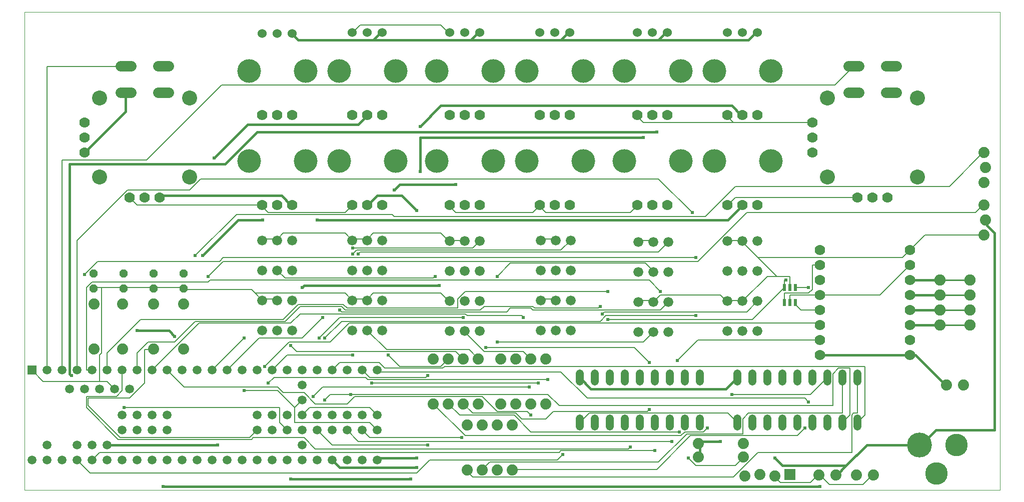
<source format=gtl>
G75*
%MOIN*%
%OFA0B0*%
%FSLAX25Y25*%
%IPPOS*%
%LPD*%
%AMOC8*
5,1,8,0,0,1.08239X$1,22.5*
%
%ADD10C,0.00000*%
%ADD11R,0.05937X0.05937*%
%ADD12C,0.05937*%
%ADD13C,0.07400*%
%ADD14C,0.07000*%
%ADD15C,0.16598*%
%ADD16C,0.15024*%
%ADD17C,0.01000*%
%ADD18C,0.07480*%
%ADD19R,0.02165X0.04724*%
%ADD20C,0.10000*%
%ADD21C,0.07000*%
%ADD22C,0.05200*%
%ADD23OC8,0.05200*%
%ADD24R,0.07400X0.07400*%
%ADD25C,0.06600*%
%ADD26C,0.15748*%
%ADD27C,0.06000*%
%ADD28C,0.00600*%
%ADD29C,0.02400*%
%ADD30C,0.01500*%
D10*
X0032595Y0002550D02*
X0032595Y0321251D01*
X0682516Y0321251D01*
X0682516Y0002550D01*
X0032595Y0002550D01*
D11*
X0037595Y0082550D03*
D12*
X0047595Y0082550D03*
X0057595Y0082550D03*
X0067595Y0082550D03*
X0077595Y0082550D03*
X0087595Y0082550D03*
X0097595Y0082550D03*
X0107595Y0082550D03*
X0117595Y0082550D03*
X0127595Y0082550D03*
X0137595Y0082550D03*
X0147595Y0082550D03*
X0157595Y0082550D03*
X0167595Y0082550D03*
X0177595Y0082550D03*
X0187595Y0082550D03*
X0197595Y0082550D03*
X0207595Y0082550D03*
X0217595Y0082550D03*
X0217595Y0072550D03*
X0227595Y0082550D03*
X0237595Y0082550D03*
X0247595Y0082550D03*
X0257595Y0082550D03*
X0267595Y0082550D03*
X0217595Y0062550D03*
X0217595Y0052550D03*
X0207595Y0052550D03*
X0197595Y0052550D03*
X0187595Y0052550D03*
X0187595Y0042550D03*
X0197595Y0042550D03*
X0207595Y0042550D03*
X0217595Y0042550D03*
X0227595Y0042550D03*
X0237595Y0042550D03*
X0247595Y0042550D03*
X0257595Y0042550D03*
X0267595Y0042550D03*
X0267595Y0052550D03*
X0257595Y0052550D03*
X0247595Y0052550D03*
X0237595Y0052550D03*
X0227595Y0052550D03*
X0217595Y0032550D03*
X0217595Y0022550D03*
X0207595Y0022550D03*
X0197595Y0022550D03*
X0187595Y0022550D03*
X0177595Y0022550D03*
X0167595Y0022550D03*
X0157595Y0022550D03*
X0147595Y0022550D03*
X0137595Y0022550D03*
X0127595Y0022550D03*
X0117595Y0022550D03*
X0107595Y0022550D03*
X0097595Y0022550D03*
X0087595Y0022550D03*
X0077595Y0022550D03*
X0067595Y0022550D03*
X0057595Y0022550D03*
X0047595Y0022550D03*
X0037595Y0022550D03*
X0047595Y0032550D03*
X0067595Y0032550D03*
X0077595Y0032550D03*
X0087595Y0032550D03*
X0097595Y0042550D03*
X0107595Y0042550D03*
X0117595Y0042550D03*
X0127595Y0042550D03*
X0127595Y0052550D03*
X0117595Y0052550D03*
X0107595Y0052550D03*
X0097595Y0052550D03*
X0092595Y0070050D03*
X0082595Y0070050D03*
X0072595Y0070050D03*
X0062595Y0070050D03*
X0102595Y0070050D03*
X0227595Y0022550D03*
X0237595Y0022550D03*
X0247595Y0022550D03*
X0257595Y0022550D03*
X0267595Y0022550D03*
D13*
X0327595Y0016050D03*
X0337595Y0016050D03*
X0347595Y0016050D03*
X0357595Y0016050D03*
X0357595Y0046050D03*
X0347595Y0046050D03*
X0337595Y0046050D03*
X0327595Y0046050D03*
X0325095Y0060050D03*
X0335095Y0060050D03*
X0350095Y0060050D03*
X0360095Y0060050D03*
X0370095Y0060050D03*
X0380095Y0060050D03*
X0380095Y0090050D03*
X0370095Y0090050D03*
X0360095Y0090050D03*
X0350095Y0090050D03*
X0335095Y0090050D03*
X0325095Y0090050D03*
X0315095Y0090050D03*
X0305095Y0090050D03*
X0305095Y0060050D03*
X0315095Y0060050D03*
X0481595Y0033550D03*
X0481595Y0024550D03*
X0511595Y0024550D03*
X0511595Y0033550D03*
X0512595Y0012050D03*
X0522595Y0013050D03*
X0532595Y0012050D03*
X0561895Y0012550D03*
X0573295Y0012550D03*
X0586895Y0012550D03*
X0598295Y0012550D03*
X0646895Y0072550D03*
X0658295Y0072550D03*
X0672095Y0172550D03*
X0673095Y0182550D03*
X0672095Y0192550D03*
X0672095Y0207550D03*
X0673095Y0217550D03*
X0672095Y0227550D03*
X0138595Y0126550D03*
X0118595Y0126550D03*
X0098095Y0126550D03*
X0079095Y0126550D03*
X0079095Y0096550D03*
X0098095Y0096550D03*
X0118595Y0096550D03*
X0138595Y0096550D03*
D14*
X0191095Y0192522D03*
X0201095Y0192522D03*
X0211095Y0192522D03*
X0251095Y0192522D03*
X0261095Y0192522D03*
X0271095Y0192522D03*
X0316095Y0192522D03*
X0326095Y0192522D03*
X0336095Y0192522D03*
X0376095Y0192522D03*
X0386095Y0192522D03*
X0396095Y0192522D03*
X0441095Y0192522D03*
X0451095Y0192522D03*
X0461095Y0192522D03*
X0501095Y0192522D03*
X0511095Y0192522D03*
X0521095Y0192522D03*
X0562595Y0162550D03*
X0562595Y0152550D03*
X0562595Y0142550D03*
X0562595Y0132550D03*
X0562595Y0122550D03*
X0562595Y0112550D03*
X0562595Y0102550D03*
X0562595Y0092550D03*
X0622595Y0092550D03*
X0622595Y0102550D03*
X0622595Y0112550D03*
X0622595Y0122550D03*
X0622595Y0132550D03*
X0622595Y0142550D03*
X0622595Y0152550D03*
X0622595Y0162550D03*
X0607595Y0197550D03*
X0597595Y0197550D03*
X0587595Y0197550D03*
X0557595Y0227550D03*
X0557595Y0237550D03*
X0557595Y0247550D03*
X0521095Y0252522D03*
X0511095Y0252522D03*
X0501095Y0252522D03*
X0461095Y0252522D03*
X0451095Y0252522D03*
X0441095Y0252522D03*
X0396095Y0252522D03*
X0386095Y0252522D03*
X0376095Y0252522D03*
X0336095Y0252522D03*
X0326095Y0252522D03*
X0316095Y0252522D03*
X0271095Y0252522D03*
X0261095Y0252522D03*
X0251095Y0252522D03*
X0211095Y0252522D03*
X0201095Y0252522D03*
X0191095Y0252522D03*
X0122595Y0197550D03*
X0112595Y0197550D03*
X0102595Y0197550D03*
X0072595Y0227550D03*
X0072595Y0237550D03*
X0072595Y0247550D03*
D15*
X0629052Y0032550D03*
D16*
X0653658Y0032550D03*
X0640272Y0013652D03*
D17*
X0642595Y0112550D02*
X0662595Y0112550D01*
X0662595Y0122550D02*
X0642595Y0122550D01*
X0642595Y0132550D02*
X0662595Y0132550D01*
X0662595Y0142550D02*
X0642595Y0142550D01*
D18*
X0642595Y0142550D03*
X0642595Y0132550D03*
X0642595Y0122550D03*
X0642595Y0112550D03*
X0662595Y0112550D03*
X0662595Y0122550D03*
X0662595Y0132550D03*
X0662595Y0142550D03*
D19*
X0546335Y0137669D03*
X0542595Y0137669D03*
X0538855Y0137669D03*
X0538855Y0127431D03*
X0542595Y0127431D03*
X0546335Y0127431D03*
D20*
X0567595Y0211300D03*
X0627595Y0211300D03*
X0627595Y0263800D03*
X0567595Y0263800D03*
X0142595Y0263800D03*
X0082595Y0263800D03*
X0082595Y0211300D03*
X0142595Y0211300D03*
D21*
X0128595Y0267550D02*
X0121595Y0267550D01*
X0103595Y0267550D02*
X0096595Y0267550D01*
X0096595Y0285267D02*
X0103595Y0285267D01*
X0121595Y0285267D02*
X0128595Y0285267D01*
X0581595Y0285267D02*
X0588595Y0285267D01*
X0606595Y0285267D02*
X0613595Y0285267D01*
X0613595Y0267550D02*
X0606595Y0267550D01*
X0588595Y0267550D02*
X0581595Y0267550D01*
D22*
X0577595Y0080150D02*
X0577595Y0074950D01*
X0587595Y0074950D02*
X0587595Y0080150D01*
X0567595Y0080150D02*
X0567595Y0074950D01*
X0557595Y0074950D02*
X0557595Y0080150D01*
X0547595Y0080150D02*
X0547595Y0074950D01*
X0537595Y0074950D02*
X0537595Y0080150D01*
X0527595Y0080150D02*
X0527595Y0074950D01*
X0517595Y0074950D02*
X0517595Y0080150D01*
X0507595Y0080150D02*
X0507595Y0074950D01*
X0482595Y0074950D02*
X0482595Y0080150D01*
X0472595Y0080150D02*
X0472595Y0074950D01*
X0462595Y0074950D02*
X0462595Y0080150D01*
X0452595Y0080150D02*
X0452595Y0074950D01*
X0442595Y0074950D02*
X0442595Y0080150D01*
X0432595Y0080150D02*
X0432595Y0074950D01*
X0422595Y0074950D02*
X0422595Y0080150D01*
X0412595Y0080150D02*
X0412595Y0074950D01*
X0402595Y0074950D02*
X0402595Y0080150D01*
X0402595Y0050150D02*
X0402595Y0044950D01*
X0412595Y0044950D02*
X0412595Y0050150D01*
X0422595Y0050150D02*
X0422595Y0044950D01*
X0432595Y0044950D02*
X0432595Y0050150D01*
X0442595Y0050150D02*
X0442595Y0044950D01*
X0452595Y0044950D02*
X0452595Y0050150D01*
X0462595Y0050150D02*
X0462595Y0044950D01*
X0472595Y0044950D02*
X0472595Y0050150D01*
X0482595Y0050150D02*
X0482595Y0044950D01*
X0507595Y0044950D02*
X0507595Y0050150D01*
X0517595Y0050150D02*
X0517595Y0044950D01*
X0527595Y0044950D02*
X0527595Y0050150D01*
X0537595Y0050150D02*
X0537595Y0044950D01*
X0547595Y0044950D02*
X0547595Y0050150D01*
X0557595Y0050150D02*
X0557595Y0044950D01*
X0567595Y0044950D02*
X0567595Y0050150D01*
X0577595Y0050150D02*
X0577595Y0044950D01*
X0587595Y0044950D02*
X0587595Y0050150D01*
D23*
X0138595Y0137050D03*
X0138595Y0147050D03*
X0118595Y0147050D03*
X0118595Y0137050D03*
X0098595Y0137050D03*
X0098595Y0147050D03*
X0078595Y0147050D03*
X0078595Y0137050D03*
D24*
X0542595Y0013050D03*
D25*
X0521095Y0108550D03*
X0511095Y0108550D03*
X0501095Y0108550D03*
X0461595Y0108050D03*
X0451595Y0108050D03*
X0441595Y0108050D03*
X0441595Y0128050D03*
X0451595Y0128050D03*
X0461595Y0128050D03*
X0461595Y0148050D03*
X0451595Y0148050D03*
X0441595Y0148050D03*
X0441595Y0168050D03*
X0451595Y0168050D03*
X0461595Y0168050D03*
X0501095Y0168550D03*
X0511095Y0168550D03*
X0521095Y0168550D03*
X0521095Y0148550D03*
X0511095Y0148550D03*
X0501095Y0148550D03*
X0501095Y0128550D03*
X0511095Y0128550D03*
X0521095Y0128550D03*
X0396595Y0129050D03*
X0386595Y0129050D03*
X0376595Y0129050D03*
X0376595Y0109050D03*
X0386595Y0109050D03*
X0396595Y0109050D03*
X0336095Y0108550D03*
X0326095Y0108550D03*
X0316095Y0108550D03*
X0316095Y0128550D03*
X0326095Y0128550D03*
X0336095Y0128550D03*
X0336095Y0148550D03*
X0326095Y0148550D03*
X0316095Y0148550D03*
X0316095Y0168550D03*
X0326095Y0168550D03*
X0336095Y0168550D03*
X0376595Y0169050D03*
X0386595Y0169050D03*
X0396595Y0169050D03*
X0396595Y0149050D03*
X0386595Y0149050D03*
X0376595Y0149050D03*
X0271095Y0149050D03*
X0261095Y0149050D03*
X0251095Y0149050D03*
X0251095Y0169050D03*
X0261095Y0169050D03*
X0271095Y0169050D03*
X0211095Y0169050D03*
X0201095Y0169050D03*
X0191095Y0169050D03*
X0191095Y0149050D03*
X0201095Y0149050D03*
X0211095Y0149050D03*
X0211095Y0129050D03*
X0201095Y0129050D03*
X0191095Y0129050D03*
X0191095Y0109050D03*
X0201095Y0109050D03*
X0211095Y0109050D03*
X0251095Y0109050D03*
X0261095Y0109050D03*
X0271095Y0109050D03*
X0271095Y0129050D03*
X0261095Y0129050D03*
X0251095Y0129050D03*
D26*
X0242198Y0222050D03*
X0219993Y0222050D03*
X0182198Y0222050D03*
X0279993Y0222050D03*
X0307198Y0222050D03*
X0344993Y0222050D03*
X0367198Y0222050D03*
X0404993Y0222050D03*
X0432198Y0222050D03*
X0469993Y0222050D03*
X0492198Y0222050D03*
X0529993Y0222050D03*
X0529993Y0282050D03*
X0492198Y0282050D03*
X0469993Y0282050D03*
X0432198Y0282050D03*
X0404993Y0282050D03*
X0367198Y0282050D03*
X0344993Y0282050D03*
X0307198Y0282050D03*
X0279993Y0282050D03*
X0242198Y0282050D03*
X0219993Y0282050D03*
X0182198Y0282050D03*
D27*
X0191095Y0307050D03*
X0201095Y0307050D03*
X0211095Y0307050D03*
X0251095Y0307550D03*
X0261095Y0307550D03*
X0271095Y0307550D03*
X0316095Y0307550D03*
X0326095Y0307550D03*
X0336095Y0307550D03*
X0376095Y0307550D03*
X0386095Y0307550D03*
X0396095Y0307550D03*
X0441095Y0307550D03*
X0451095Y0307550D03*
X0461095Y0307550D03*
X0501095Y0307550D03*
X0511095Y0307550D03*
X0521095Y0307550D03*
D28*
X0572595Y0272550D02*
X0585095Y0285050D01*
X0585095Y0285267D01*
X0572595Y0272550D02*
X0163845Y0272550D01*
X0113845Y0222550D01*
X0057595Y0222550D01*
X0057595Y0082550D01*
X0067595Y0082550D02*
X0067595Y0168800D01*
X0101345Y0202550D01*
X0142595Y0202550D01*
X0150095Y0210050D01*
X0455095Y0210050D01*
X0477595Y0187550D01*
X0486345Y0185050D02*
X0506345Y0205050D01*
X0648845Y0205050D01*
X0671345Y0227550D01*
X0672095Y0227550D01*
X0672095Y0192550D02*
X0671345Y0192550D01*
X0666345Y0187550D01*
X0513845Y0187550D01*
X0481345Y0155050D01*
X0165095Y0155050D01*
X0155095Y0145050D01*
X0156345Y0142550D02*
X0155095Y0141300D01*
X0077595Y0141300D01*
X0073845Y0137550D01*
X0073845Y0082550D01*
X0077595Y0082550D01*
X0087595Y0082550D02*
X0087595Y0093800D01*
X0110095Y0116300D01*
X0205095Y0116300D01*
X0215095Y0126300D01*
X0245095Y0126300D01*
X0247595Y0123800D01*
X0321345Y0123800D01*
X0321345Y0130050D01*
X0326345Y0135050D01*
X0421345Y0135050D01*
X0416345Y0125050D02*
X0415095Y0123800D01*
X0372595Y0123800D01*
X0371345Y0125050D01*
X0338845Y0125050D01*
X0336345Y0122550D01*
X0246345Y0122550D01*
X0243845Y0125050D01*
X0216345Y0125050D01*
X0206345Y0115050D01*
X0146345Y0115050D01*
X0132595Y0101300D01*
X0115095Y0101300D01*
X0107595Y0093800D01*
X0107595Y0082550D01*
X0097595Y0082550D02*
X0097595Y0068800D01*
X0093845Y0065050D01*
X0073845Y0065050D01*
X0073845Y0057550D01*
X0095095Y0036300D01*
X0183845Y0036300D01*
X0185095Y0037550D01*
X0218845Y0037550D01*
X0226345Y0030050D01*
X0435095Y0030050D01*
X0436345Y0031300D01*
X0452595Y0028800D02*
X0390095Y0028800D01*
X0388845Y0027550D01*
X0082595Y0027550D01*
X0077595Y0022550D01*
X0076345Y0013800D02*
X0067595Y0022550D01*
X0076345Y0013800D02*
X0293845Y0013800D01*
X0302595Y0022550D01*
X0387595Y0022550D01*
X0391345Y0026300D01*
X0370095Y0041300D02*
X0358845Y0052550D01*
X0322595Y0052550D01*
X0315095Y0060050D01*
X0305095Y0060050D02*
X0326345Y0038800D01*
X0470095Y0038800D01*
X0472595Y0041300D01*
X0485095Y0041300D01*
X0487595Y0043800D01*
X0476345Y0038800D02*
X0453845Y0016300D01*
X0357595Y0016300D01*
X0357595Y0016050D01*
X0342595Y0021300D02*
X0337595Y0016300D01*
X0337595Y0016050D01*
X0331345Y0011300D02*
X0327595Y0015050D01*
X0327595Y0016050D01*
X0331345Y0011300D02*
X0505095Y0011300D01*
X0521345Y0027550D01*
X0583845Y0027550D01*
X0583845Y0052550D01*
X0585095Y0053800D01*
X0587595Y0053800D01*
X0587595Y0077550D01*
X0577595Y0077550D02*
X0577595Y0053800D01*
X0515095Y0053800D01*
X0511345Y0050050D01*
X0511345Y0040050D01*
X0473845Y0040050D01*
X0455095Y0021300D01*
X0342595Y0021300D01*
X0323845Y0037550D02*
X0262595Y0037550D01*
X0257595Y0042550D01*
X0262595Y0047550D02*
X0267595Y0042550D01*
X0262595Y0047550D02*
X0212595Y0047550D01*
X0212595Y0057550D01*
X0201345Y0068800D01*
X0178845Y0068800D01*
X0195095Y0073800D02*
X0198845Y0077550D01*
X0260095Y0077550D01*
X0261345Y0076300D01*
X0381345Y0076300D01*
X0375095Y0073800D02*
X0263845Y0073800D01*
X0262595Y0077550D02*
X0300095Y0077550D01*
X0301345Y0078800D01*
X0310095Y0085050D02*
X0282595Y0085050D01*
X0275095Y0092550D01*
X0273845Y0096300D02*
X0328845Y0096300D01*
X0335095Y0090050D01*
X0338845Y0095050D02*
X0365095Y0095050D01*
X0370095Y0090050D01*
X0390095Y0081300D02*
X0268845Y0081300D01*
X0267595Y0082550D01*
X0268845Y0087550D02*
X0272595Y0083800D01*
X0311345Y0083800D01*
X0312595Y0085050D01*
X0592595Y0085050D01*
X0592595Y0052550D01*
X0587595Y0047550D01*
X0582595Y0052550D02*
X0577595Y0047550D01*
X0582595Y0052550D02*
X0582595Y0083800D01*
X0575095Y0083800D01*
X0571345Y0080050D01*
X0571345Y0058800D01*
X0388845Y0058800D01*
X0381345Y0066300D01*
X0250095Y0066300D01*
X0236345Y0066300D01*
X0232595Y0062550D01*
X0226345Y0060050D02*
X0218845Y0067550D01*
X0205095Y0067550D01*
X0201345Y0071300D01*
X0138845Y0071300D01*
X0127595Y0082550D01*
X0117595Y0082550D02*
X0148845Y0113800D01*
X0210095Y0113800D01*
X0216345Y0120050D01*
X0326345Y0120050D01*
X0327595Y0118800D01*
X0363845Y0118800D01*
X0365095Y0117550D01*
X0371345Y0122550D02*
X0370095Y0123800D01*
X0356345Y0123800D01*
X0353845Y0121300D01*
X0243845Y0121300D01*
X0242595Y0122550D01*
X0242595Y0117550D02*
X0325095Y0117550D01*
X0326095Y0108550D02*
X0326345Y0107550D01*
X0338845Y0095050D01*
X0340095Y0097550D02*
X0438845Y0097550D01*
X0448845Y0087550D01*
X0467595Y0088800D02*
X0481345Y0102550D01*
X0562595Y0102550D01*
X0562595Y0112550D02*
X0561345Y0113800D01*
X0248845Y0113800D01*
X0236345Y0101300D01*
X0208845Y0101300D01*
X0192595Y0085050D01*
X0197595Y0082550D02*
X0207595Y0092550D01*
X0251345Y0092550D01*
X0242595Y0087550D02*
X0237595Y0082550D01*
X0242595Y0087550D02*
X0268845Y0087550D01*
X0273845Y0096300D02*
X0261095Y0109050D01*
X0243845Y0115050D02*
X0416345Y0115050D01*
X0420095Y0118800D01*
X0480095Y0118800D01*
X0461595Y0128050D02*
X0461345Y0127550D01*
X0456345Y0122550D01*
X0371345Y0122550D01*
X0376595Y0129050D02*
X0377595Y0130050D01*
X0386345Y0130050D01*
X0386595Y0129050D01*
X0417595Y0120050D02*
X0418845Y0121300D01*
X0513845Y0121300D01*
X0521095Y0128550D01*
X0511095Y0128550D02*
X0510095Y0128800D01*
X0501345Y0128800D01*
X0501095Y0128550D01*
X0500095Y0128800D01*
X0496345Y0132550D01*
X0456345Y0132550D01*
X0452595Y0128800D01*
X0451595Y0128050D01*
X0451345Y0128800D01*
X0442595Y0128800D01*
X0441595Y0128050D01*
X0448845Y0142550D02*
X0456345Y0135050D01*
X0448845Y0142550D02*
X0156345Y0142550D01*
X0138845Y0136300D02*
X0138595Y0137050D01*
X0137595Y0137550D01*
X0118845Y0137550D01*
X0118595Y0137050D01*
X0117595Y0137550D01*
X0098845Y0137550D01*
X0098595Y0137050D01*
X0097595Y0137550D01*
X0083845Y0137550D01*
X0083845Y0093800D01*
X0082595Y0092550D01*
X0082595Y0075050D01*
X0045095Y0075050D01*
X0037595Y0082550D01*
X0047595Y0082550D02*
X0047595Y0285050D01*
X0100095Y0285050D01*
X0100095Y0285267D01*
X0251095Y0307550D02*
X0251345Y0307550D01*
X0256345Y0312550D01*
X0310095Y0312550D01*
X0315095Y0307550D01*
X0316095Y0307550D01*
X0441095Y0252522D02*
X0441345Y0251300D01*
X0445095Y0247550D01*
X0505095Y0247550D01*
X0501345Y0251300D01*
X0501095Y0252522D01*
X0505095Y0247550D02*
X0557595Y0247550D01*
X0587595Y0197550D02*
X0506345Y0197550D01*
X0501345Y0192550D01*
X0501095Y0192522D01*
X0486345Y0185050D02*
X0278845Y0185050D01*
X0277595Y0186300D01*
X0173845Y0186300D01*
X0146345Y0158800D01*
X0162595Y0155050D02*
X0165095Y0157550D01*
X0480095Y0157550D01*
X0461345Y0167550D02*
X0461595Y0168050D01*
X0461345Y0167550D02*
X0455095Y0161300D01*
X0256345Y0161300D01*
X0255095Y0160050D01*
X0253845Y0162550D02*
X0390095Y0162550D01*
X0396595Y0169050D01*
X0386595Y0169050D02*
X0386345Y0170050D01*
X0377595Y0170050D01*
X0376595Y0169050D01*
X0356345Y0153800D02*
X0347595Y0145050D01*
X0356345Y0153800D02*
X0446345Y0153800D01*
X0451345Y0148800D01*
X0451595Y0148050D01*
X0451595Y0168050D02*
X0451345Y0168800D01*
X0442595Y0168800D01*
X0441595Y0168050D01*
X0436345Y0187550D02*
X0440095Y0191300D01*
X0441095Y0192522D01*
X0436345Y0187550D02*
X0380095Y0187550D01*
X0376345Y0191300D01*
X0376095Y0192522D01*
X0375095Y0191300D01*
X0371345Y0187550D01*
X0320095Y0187550D01*
X0316345Y0191300D01*
X0316095Y0192522D01*
X0310095Y0173800D02*
X0315095Y0168800D01*
X0316095Y0168550D01*
X0316345Y0168800D01*
X0325095Y0168800D01*
X0326095Y0168550D01*
X0331345Y0163800D02*
X0336095Y0168550D01*
X0331345Y0163800D02*
X0251345Y0163800D01*
X0253845Y0162550D02*
X0251345Y0160050D01*
X0251095Y0169050D02*
X0246345Y0173800D01*
X0205095Y0173800D01*
X0201345Y0170050D01*
X0201095Y0169050D01*
X0200095Y0170050D01*
X0191345Y0170050D01*
X0191095Y0169050D01*
X0162595Y0155050D02*
X0081345Y0155050D01*
X0072595Y0146300D01*
X0078845Y0137550D02*
X0078595Y0137050D01*
X0078845Y0137550D02*
X0083845Y0137550D01*
X0138845Y0136300D02*
X0183845Y0136300D01*
X0186345Y0133800D01*
X0246345Y0133800D01*
X0251095Y0129050D01*
X0251345Y0130050D01*
X0260095Y0130050D01*
X0261095Y0129050D01*
X0261345Y0130050D01*
X0265095Y0133800D01*
X0310095Y0133800D01*
X0315095Y0128800D01*
X0316095Y0128550D01*
X0305095Y0143800D02*
X0306345Y0145050D01*
X0305095Y0143800D02*
X0206345Y0143800D01*
X0201095Y0149050D01*
X0186345Y0133800D02*
X0191095Y0129050D01*
X0191345Y0130050D01*
X0200095Y0130050D01*
X0201095Y0129050D01*
X0217595Y0103800D02*
X0231345Y0117550D01*
X0242595Y0117550D02*
X0228845Y0103800D01*
X0232595Y0103800D02*
X0243845Y0115050D01*
X0217595Y0103800D02*
X0188845Y0103800D01*
X0167595Y0082550D01*
X0157595Y0082550D02*
X0178845Y0103800D01*
X0210095Y0098800D02*
X0213845Y0095050D01*
X0320095Y0095050D01*
X0325095Y0090050D01*
X0315095Y0090050D02*
X0310095Y0085050D01*
X0347595Y0101300D02*
X0445095Y0101300D01*
X0451345Y0107550D01*
X0451595Y0108050D01*
X0421345Y0116300D02*
X0517595Y0116300D01*
X0538845Y0137550D01*
X0538855Y0137669D01*
X0538845Y0138800D01*
X0538845Y0142550D01*
X0540095Y0142550D01*
X0542595Y0145050D02*
X0533845Y0145050D01*
X0521345Y0157550D01*
X0617595Y0157550D01*
X0622595Y0162550D01*
X0632595Y0172550D01*
X0672095Y0172550D01*
X0622595Y0152550D02*
X0602595Y0132550D01*
X0562595Y0132550D01*
X0542595Y0132550D01*
X0542595Y0127431D01*
X0538855Y0127431D02*
X0538845Y0127550D01*
X0538845Y0133800D01*
X0555095Y0133800D01*
X0557595Y0136300D01*
X0557595Y0152550D01*
X0562595Y0152550D01*
X0542595Y0145050D02*
X0542595Y0137669D01*
X0546335Y0137669D02*
X0546345Y0137550D01*
X0555095Y0137550D01*
X0546335Y0127431D02*
X0546345Y0126300D01*
X0550095Y0122550D01*
X0562595Y0122550D01*
X0533845Y0145050D02*
X0527595Y0145050D01*
X0511095Y0128550D01*
X0521345Y0157550D02*
X0511345Y0167550D01*
X0511095Y0168550D01*
X0510095Y0168800D01*
X0501345Y0168800D01*
X0501095Y0168550D01*
X0407595Y0063800D02*
X0390095Y0081300D01*
X0368845Y0071300D02*
X0231345Y0071300D01*
X0225095Y0065050D01*
X0226345Y0060050D02*
X0247595Y0060050D01*
X0252595Y0065050D01*
X0337595Y0065050D01*
X0347595Y0055050D01*
X0367595Y0055050D01*
X0370095Y0052550D01*
X0363845Y0050050D02*
X0360095Y0053800D01*
X0331345Y0053800D01*
X0325095Y0060050D01*
X0363845Y0050050D02*
X0380095Y0050050D01*
X0385095Y0055050D01*
X0447595Y0055050D01*
X0448845Y0056300D01*
X0468845Y0041300D02*
X0370095Y0041300D01*
X0402595Y0047550D02*
X0408845Y0053800D01*
X0501345Y0053800D01*
X0507595Y0047550D01*
X0476345Y0038800D02*
X0547595Y0038800D01*
X0552595Y0043800D01*
X0555095Y0061300D02*
X0552595Y0063800D01*
X0407595Y0063800D01*
X0463845Y0035050D02*
X0255095Y0035050D01*
X0247595Y0042550D01*
X0237595Y0032550D02*
X0227595Y0042550D01*
X0217595Y0052550D02*
X0222595Y0057550D01*
X0262595Y0057550D01*
X0267595Y0052550D01*
X0237595Y0032550D02*
X0301345Y0032550D01*
X0217595Y0062550D02*
X0212595Y0057550D01*
X0202595Y0057550D02*
X0098845Y0057550D01*
X0102595Y0063800D02*
X0112595Y0073800D01*
X0112595Y0096300D01*
X0117595Y0096300D01*
X0118595Y0096550D01*
X0092595Y0070050D02*
X0087595Y0075050D01*
X0082595Y0075050D01*
X0075095Y0063800D02*
X0102595Y0063800D01*
X0096345Y0037550D02*
X0075095Y0058800D01*
X0075095Y0063800D01*
X0096345Y0037550D02*
X0182595Y0037550D01*
X0187595Y0042550D01*
X0202595Y0047550D02*
X0202595Y0057550D01*
X0202595Y0047550D02*
X0207595Y0042550D01*
X0257595Y0082550D02*
X0262595Y0077550D01*
X0261095Y0169050D02*
X0261345Y0170050D01*
X0265095Y0173800D01*
X0310095Y0173800D01*
X0261095Y0169050D02*
X0260095Y0170050D01*
X0251345Y0170050D01*
X0251095Y0169050D01*
X0246345Y0187550D02*
X0195095Y0187550D01*
X0191345Y0191300D01*
X0191095Y0192522D01*
X0190095Y0192550D01*
X0107595Y0192550D01*
X0102595Y0197550D01*
X0246345Y0187550D02*
X0250095Y0191300D01*
X0251095Y0192522D01*
X0503845Y0066300D02*
X0556345Y0066300D01*
X0567595Y0077550D01*
X0511595Y0024550D02*
X0511345Y0023800D01*
X0506345Y0018800D01*
X0480095Y0018800D01*
X0475095Y0023800D01*
X0532595Y0012050D02*
X0532595Y0011300D01*
X0536345Y0007550D01*
X0556345Y0007550D01*
X0561345Y0012550D01*
X0561895Y0012550D01*
X0562595Y0012550D01*
X0568845Y0006300D01*
X0591345Y0006300D01*
X0597595Y0012550D01*
X0598295Y0012550D01*
D29*
X0562595Y0005050D03*
X0532595Y0023800D03*
X0496345Y0035050D03*
X0487595Y0043800D03*
X0468845Y0041300D03*
X0463845Y0035050D03*
X0452595Y0028800D03*
X0436345Y0031300D03*
X0475095Y0023800D03*
X0448845Y0056300D03*
X0503845Y0066300D03*
X0467595Y0088800D03*
X0448845Y0087550D03*
X0421345Y0116300D03*
X0417595Y0120050D03*
X0416345Y0125050D03*
X0421345Y0135050D03*
X0456345Y0135050D03*
X0480095Y0118800D03*
X0540095Y0142550D03*
X0555095Y0137550D03*
X0480095Y0157550D03*
X0477595Y0187550D03*
X0445095Y0237550D03*
X0453845Y0241300D03*
X0320095Y0206300D03*
X0296345Y0215050D03*
X0278845Y0202550D03*
X0293845Y0188800D03*
X0251345Y0163800D03*
X0251345Y0160050D03*
X0255095Y0160050D03*
X0227595Y0182550D03*
X0191345Y0182550D03*
X0151345Y0158800D03*
X0146345Y0158800D03*
X0155095Y0145050D03*
X0217595Y0137550D03*
X0242595Y0122550D03*
X0231345Y0117550D03*
X0232595Y0103800D03*
X0228845Y0103800D03*
X0210095Y0098800D03*
X0192595Y0085050D03*
X0195095Y0073800D03*
X0178845Y0068800D03*
X0225095Y0065050D03*
X0232595Y0062550D03*
X0250095Y0066300D03*
X0263845Y0073800D03*
X0275095Y0092550D03*
X0251345Y0092550D03*
X0301345Y0078800D03*
X0340095Y0097550D03*
X0347595Y0101300D03*
X0365095Y0117550D03*
X0325095Y0117550D03*
X0308845Y0138800D03*
X0306345Y0145050D03*
X0347595Y0145050D03*
X0381345Y0076300D03*
X0375095Y0073800D03*
X0368845Y0071300D03*
X0370095Y0052550D03*
X0323845Y0037550D03*
X0301345Y0032550D03*
X0293845Y0023800D03*
X0293845Y0017550D03*
X0290095Y0010050D03*
X0210095Y0010050D03*
X0161345Y0032550D03*
X0125095Y0005050D03*
X0098845Y0057550D03*
X0063845Y0078800D03*
X0107595Y0108800D03*
X0132595Y0105050D03*
X0178845Y0103800D03*
X0072595Y0146300D03*
X0158845Y0223800D03*
X0296345Y0245050D03*
X0555095Y0061300D03*
X0552595Y0043800D03*
X0391345Y0026300D03*
D30*
X0410095Y0070050D02*
X0500095Y0070050D01*
X0507595Y0077550D01*
X0562595Y0092550D02*
X0622595Y0092550D01*
X0626345Y0092550D01*
X0646345Y0072550D01*
X0646895Y0072550D01*
X0640095Y0042550D02*
X0630095Y0032550D01*
X0629052Y0032550D01*
X0593845Y0032550D01*
X0580095Y0018800D01*
X0537595Y0018800D01*
X0532595Y0023800D01*
X0562595Y0005050D02*
X0125095Y0005050D01*
X0161345Y0032550D02*
X0087595Y0032550D01*
X0063845Y0078800D02*
X0062595Y0080050D01*
X0062595Y0220050D01*
X0166345Y0220050D01*
X0187595Y0241300D01*
X0453845Y0241300D01*
X0445095Y0237550D02*
X0296345Y0237550D01*
X0296345Y0215050D01*
X0282595Y0206300D02*
X0320095Y0206300D01*
X0293845Y0188800D02*
X0283845Y0198800D01*
X0267595Y0198800D01*
X0261345Y0192550D01*
X0261095Y0192522D01*
X0278845Y0202550D02*
X0282595Y0206300D01*
X0227595Y0182550D02*
X0501345Y0182550D01*
X0510095Y0191300D01*
X0511095Y0192522D01*
X0622595Y0142550D02*
X0642595Y0142550D01*
X0642595Y0132550D02*
X0622595Y0132550D01*
X0622595Y0122550D02*
X0642595Y0122550D01*
X0642595Y0112550D02*
X0622595Y0112550D01*
X0678845Y0173800D02*
X0678845Y0042550D01*
X0640095Y0042550D01*
X0580095Y0018800D02*
X0573845Y0012550D01*
X0573295Y0012550D01*
X0496345Y0035050D02*
X0483845Y0035050D01*
X0482595Y0033800D01*
X0481595Y0033550D01*
X0482595Y0032550D01*
X0482595Y0025050D01*
X0481595Y0024550D01*
X0410095Y0070050D02*
X0402595Y0077550D01*
X0293845Y0023800D02*
X0268845Y0023800D01*
X0267595Y0022550D01*
X0242595Y0017550D02*
X0293845Y0017550D01*
X0290095Y0010050D02*
X0210095Y0010050D01*
X0237595Y0022550D02*
X0242595Y0017550D01*
X0132595Y0105050D02*
X0128845Y0108800D01*
X0107595Y0108800D01*
X0151345Y0158800D02*
X0175095Y0182550D01*
X0191345Y0182550D01*
X0203845Y0198800D02*
X0210095Y0192550D01*
X0211095Y0192522D01*
X0203845Y0198800D02*
X0123845Y0198800D01*
X0122595Y0197550D01*
X0158845Y0223800D02*
X0181345Y0246300D01*
X0255095Y0246300D01*
X0260095Y0251300D01*
X0261095Y0252522D01*
X0296345Y0245050D02*
X0310095Y0258800D01*
X0503845Y0258800D01*
X0510095Y0252550D01*
X0511095Y0252522D01*
X0515095Y0302550D02*
X0455095Y0302550D01*
X0390095Y0302550D01*
X0330095Y0302550D01*
X0265095Y0302550D01*
X0270095Y0307550D01*
X0271095Y0307550D01*
X0265095Y0302550D02*
X0215095Y0302550D01*
X0211345Y0306300D01*
X0211095Y0307050D01*
X0100095Y0267550D02*
X0100095Y0255050D01*
X0072595Y0227550D01*
X0217595Y0137550D02*
X0218845Y0138800D01*
X0308845Y0138800D01*
X0330095Y0302550D02*
X0335095Y0307550D01*
X0336095Y0307550D01*
X0390095Y0302550D02*
X0395095Y0307550D01*
X0396095Y0307550D01*
X0455095Y0302550D02*
X0460095Y0307550D01*
X0461095Y0307550D01*
X0515095Y0302550D02*
X0520095Y0307550D01*
X0521095Y0307550D01*
X0673095Y0182550D02*
X0673845Y0182550D01*
X0673845Y0178800D01*
X0678845Y0173800D01*
M02*

</source>
